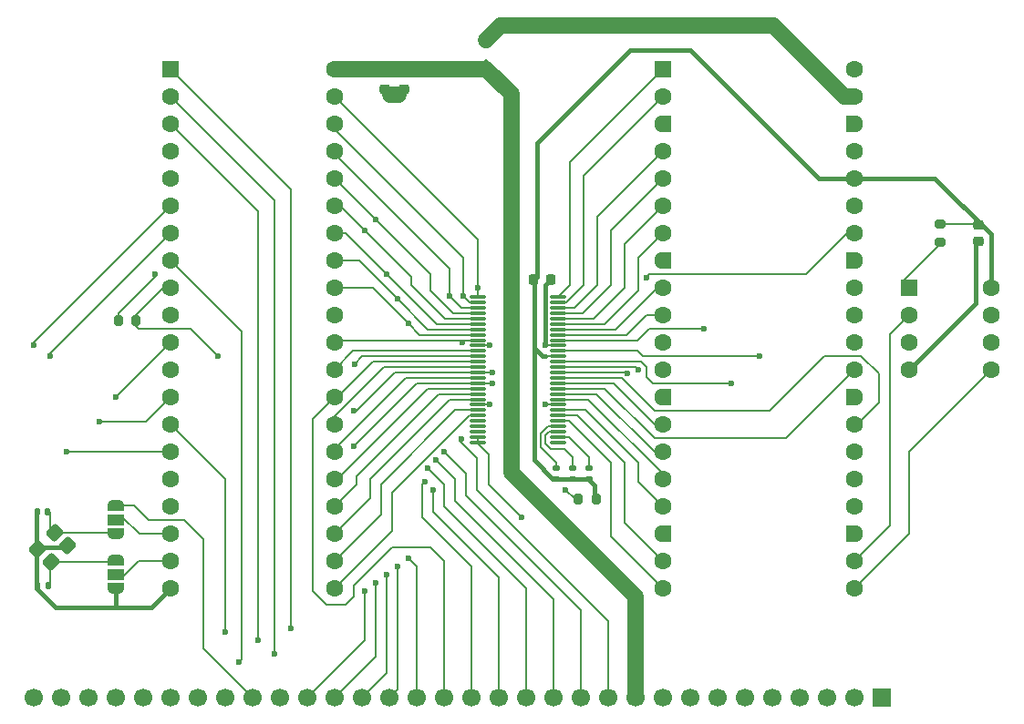
<source format=gbr>
%TF.GenerationSoftware,KiCad,Pcbnew,9.0.6-9.0.6~ubuntu24.04.1*%
%TF.CreationDate,2025-12-07T17:22:10+00:00*%
%TF.ProjectId,board_722039m,626f6172-645f-4373-9232-3033396d2e6b,rev?*%
%TF.SameCoordinates,Original*%
%TF.FileFunction,Copper,L1,Top*%
%TF.FilePolarity,Positive*%
%FSLAX46Y46*%
G04 Gerber Fmt 4.6, Leading zero omitted, Abs format (unit mm)*
G04 Created by KiCad (PCBNEW 9.0.6-9.0.6~ubuntu24.04.1) date 2025-12-07 17:22:10*
%MOMM*%
%LPD*%
G01*
G04 APERTURE LIST*
G04 Aperture macros list*
%AMRoundRect*
0 Rectangle with rounded corners*
0 $1 Rounding radius*
0 $2 $3 $4 $5 $6 $7 $8 $9 X,Y pos of 4 corners*
0 Add a 4 corners polygon primitive as box body*
4,1,4,$2,$3,$4,$5,$6,$7,$8,$9,$2,$3,0*
0 Add four circle primitives for the rounded corners*
1,1,$1+$1,$2,$3*
1,1,$1+$1,$4,$5*
1,1,$1+$1,$6,$7*
1,1,$1+$1,$8,$9*
0 Add four rect primitives between the rounded corners*
20,1,$1+$1,$2,$3,$4,$5,0*
20,1,$1+$1,$4,$5,$6,$7,0*
20,1,$1+$1,$6,$7,$8,$9,0*
20,1,$1+$1,$8,$9,$2,$3,0*%
%AMFreePoly0*
4,1,23,0.550000,-0.750000,0.000000,-0.750000,0.000000,-0.745722,-0.065263,-0.745722,-0.191342,-0.711940,-0.304381,-0.646677,-0.396677,-0.554381,-0.461940,-0.441342,-0.495722,-0.315263,-0.495722,-0.250000,-0.500000,-0.250000,-0.500000,0.250000,-0.495722,0.250000,-0.495722,0.315263,-0.461940,0.441342,-0.396677,0.554381,-0.304381,0.646677,-0.191342,0.711940,-0.065263,0.745722,0.000000,0.745722,
0.000000,0.750000,0.550000,0.750000,0.550000,-0.750000,0.550000,-0.750000,$1*%
%AMFreePoly1*
4,1,23,0.000000,0.745722,0.065263,0.745722,0.191342,0.711940,0.304381,0.646677,0.396677,0.554381,0.461940,0.441342,0.495722,0.315263,0.495722,0.250000,0.500000,0.250000,0.500000,-0.250000,0.495722,-0.250000,0.495722,-0.315263,0.461940,-0.441342,0.396677,-0.554381,0.304381,-0.646677,0.191342,-0.711940,0.065263,-0.745722,0.000000,-0.745722,0.000000,-0.750000,-0.550000,-0.750000,
-0.550000,0.750000,0.000000,0.750000,0.000000,0.745722,0.000000,0.745722,$1*%
%AMFreePoly2*
4,1,37,0.603843,0.796157,0.639018,0.796157,0.711114,0.766294,0.766294,0.711114,0.796157,0.639018,0.796157,0.603843,0.800000,0.600000,0.800000,-0.600000,0.796157,-0.603843,0.796157,-0.639018,0.766294,-0.711114,0.711114,-0.766294,0.639018,-0.796157,0.603843,-0.796157,0.600000,-0.800000,0.000000,-0.800000,0.000000,-0.796148,-0.078414,-0.796148,-0.232228,-0.765552,-0.377117,-0.705537,
-0.507515,-0.618408,-0.618408,-0.507515,-0.705537,-0.377117,-0.765552,-0.232228,-0.796148,-0.078414,-0.796148,0.078414,-0.765552,0.232228,-0.705537,0.377117,-0.618408,0.507515,-0.507515,0.618408,-0.377117,0.705537,-0.232228,0.765552,-0.078414,0.796148,0.000000,0.796148,0.000000,0.800000,0.600000,0.800000,0.603843,0.796157,0.603843,0.796157,$1*%
%AMFreePoly3*
4,1,37,0.000000,0.796148,0.078414,0.796148,0.232228,0.765552,0.377117,0.705537,0.507515,0.618408,0.618408,0.507515,0.705537,0.377117,0.765552,0.232228,0.796148,0.078414,0.796148,-0.078414,0.765552,-0.232228,0.705537,-0.377117,0.618408,-0.507515,0.507515,-0.618408,0.377117,-0.705537,0.232228,-0.765552,0.078414,-0.796148,0.000000,-0.796148,0.000000,-0.800000,-0.600000,-0.800000,
-0.603843,-0.796157,-0.639018,-0.796157,-0.711114,-0.766294,-0.766294,-0.711114,-0.796157,-0.639018,-0.796157,-0.603843,-0.800000,-0.600000,-0.800000,0.600000,-0.796157,0.603843,-0.796157,0.639018,-0.766294,0.711114,-0.711114,0.766294,-0.639018,0.796157,-0.603843,0.796157,-0.600000,0.800000,0.000000,0.800000,0.000000,0.796148,0.000000,0.796148,$1*%
G04 Aperture macros list end*
%TA.AperFunction,ComponentPad*%
%ADD10RoundRect,0.250000X-0.550000X-0.550000X0.550000X-0.550000X0.550000X0.550000X-0.550000X0.550000X0*%
%TD*%
%TA.AperFunction,ComponentPad*%
%ADD11C,1.600000*%
%TD*%
%TA.AperFunction,SMDPad,CuDef*%
%ADD12RoundRect,0.140000X-0.140000X-0.170000X0.140000X-0.170000X0.140000X0.170000X-0.140000X0.170000X0*%
%TD*%
%TA.AperFunction,SMDPad,CuDef*%
%ADD13RoundRect,0.135000X0.185000X-0.135000X0.185000X0.135000X-0.185000X0.135000X-0.185000X-0.135000X0*%
%TD*%
%TA.AperFunction,SMDPad,CuDef*%
%ADD14RoundRect,0.075000X0.662500X0.075000X-0.662500X0.075000X-0.662500X-0.075000X0.662500X-0.075000X0*%
%TD*%
%TA.AperFunction,SMDPad,CuDef*%
%ADD15FreePoly0,270.000000*%
%TD*%
%TA.AperFunction,SMDPad,CuDef*%
%ADD16R,1.500000X1.000000*%
%TD*%
%TA.AperFunction,SMDPad,CuDef*%
%ADD17FreePoly1,270.000000*%
%TD*%
%TA.AperFunction,SMDPad,CuDef*%
%ADD18RoundRect,0.225000X-0.250000X0.225000X-0.250000X-0.225000X0.250000X-0.225000X0.250000X0.225000X0*%
%TD*%
%TA.AperFunction,SMDPad,CuDef*%
%ADD19RoundRect,0.250000X-0.070711X-0.565685X0.565685X0.070711X0.070711X0.565685X-0.565685X-0.070711X0*%
%TD*%
%TA.AperFunction,SMDPad,CuDef*%
%ADD20RoundRect,0.225000X-0.225000X-0.250000X0.225000X-0.250000X0.225000X0.250000X-0.225000X0.250000X0*%
%TD*%
%TA.AperFunction,SMDPad,CuDef*%
%ADD21RoundRect,0.112500X-0.112500X0.187500X-0.112500X-0.187500X0.112500X-0.187500X0.112500X0.187500X0*%
%TD*%
%TA.AperFunction,ComponentPad*%
%ADD22RoundRect,0.200000X-0.600000X-0.600000X0.600000X-0.600000X0.600000X0.600000X-0.600000X0.600000X0*%
%TD*%
%TA.AperFunction,ComponentPad*%
%ADD23FreePoly2,0.000000*%
%TD*%
%TA.AperFunction,ComponentPad*%
%ADD24FreePoly3,0.000000*%
%TD*%
%TA.AperFunction,SMDPad,CuDef*%
%ADD25RoundRect,0.200000X0.200000X0.275000X-0.200000X0.275000X-0.200000X-0.275000X0.200000X-0.275000X0*%
%TD*%
%TA.AperFunction,SMDPad,CuDef*%
%ADD26RoundRect,0.200000X-0.200000X-0.275000X0.200000X-0.275000X0.200000X0.275000X-0.200000X0.275000X0*%
%TD*%
%TA.AperFunction,SMDPad,CuDef*%
%ADD27FreePoly0,90.000000*%
%TD*%
%TA.AperFunction,SMDPad,CuDef*%
%ADD28FreePoly1,90.000000*%
%TD*%
%TA.AperFunction,SMDPad,CuDef*%
%ADD29RoundRect,0.200000X-0.275000X0.200000X-0.275000X-0.200000X0.275000X-0.200000X0.275000X0.200000X0*%
%TD*%
%TA.AperFunction,ComponentPad*%
%ADD30R,1.700000X1.700000*%
%TD*%
%TA.AperFunction,ComponentPad*%
%ADD31C,1.700000*%
%TD*%
%TA.AperFunction,ViaPad*%
%ADD32C,0.600000*%
%TD*%
%TA.AperFunction,Conductor*%
%ADD33C,0.200000*%
%TD*%
%TA.AperFunction,Conductor*%
%ADD34C,0.400000*%
%TD*%
%TA.AperFunction,Conductor*%
%ADD35C,1.500000*%
%TD*%
G04 APERTURE END LIST*
D10*
%TO.P,U1,1,P1.0/T2*%
%TO.N,/STANDBY*%
X62120000Y-37880000D03*
D11*
%TO.P,U1,2,P1.1/T2EX*%
%TO.N,/KEYB{slash}TX*%
X62120000Y-40420000D03*
%TO.P,U1,3,P1.2*%
%TO.N,/KEYB{slash}RX*%
X62120000Y-42960000D03*
%TO.P,U1,4,P1.3*%
%TO.N,/MODEM{slash}CD*%
X62120000Y-45500000D03*
%TO.P,U1,5,P1.4*%
%TO.N,/MODEM{slash}RELAY*%
X62120000Y-48040000D03*
%TO.P,U1,6,P1.5*%
%TO.N,/MODEM{slash}RTS*%
X62120000Y-50580000D03*
%TO.P,U1,7,P1.6*%
%TO.N,/MODEM{slash}TX*%
X62120000Y-53120000D03*
%TO.P,U1,8,P1.7*%
%TO.N,/PERI{slash}PTIN*%
X62120000Y-55660000D03*
%TO.P,U1,9,RST*%
%TO.N,Net-(U1-RST)*%
X62120000Y-58200000D03*
%TO.P,U1,10,P3.0/RXD*%
%TO.N,/PERI{slash}RX*%
X62120000Y-60740000D03*
%TO.P,U1,11,P3.1/TXD*%
%TO.N,/PERI{slash}TX*%
X62120000Y-63280000D03*
%TO.P,U1,12,P3.2/~{INT0}*%
%TO.N,GND*%
X62120000Y-65820000D03*
%TO.P,U1,13,P3.3/~{INT1}*%
%TO.N,/MODEM{slash}RX*%
X62120000Y-68360000D03*
%TO.P,U1,14,P3.4/T0*%
%TO.N,/PERI{slash}PTOUT*%
X62120000Y-70900000D03*
%TO.P,U1,15,P3.5/T1*%
%TO.N,/MODEM{slash}REVERSAL*%
X62120000Y-73440000D03*
%TO.P,U1,16,P3.6/~{WR}*%
%TO.N,/BUS{slash}WR*%
X62120000Y-75980000D03*
%TO.P,U1,17,P3.7/~{RD}*%
%TO.N,/BUS{slash}RD*%
X62120000Y-78520000D03*
%TO.P,U1,18,XTAL2*%
%TO.N,Net-(JP2-C)*%
X62120000Y-81060000D03*
%TO.P,U1,19,XTAL1*%
%TO.N,Net-(JP1-C)*%
X62120000Y-83600000D03*
%TO.P,U1,20,VSS*%
%TO.N,GND*%
X62120000Y-86140000D03*
%TO.P,U1,21,P2.0/A8*%
%TO.N,/BUS{slash}A8*%
X77360000Y-86140000D03*
%TO.P,U1,22,P2.1/A9*%
%TO.N,/BUS{slash}A9*%
X77360000Y-83600000D03*
%TO.P,U1,23,P2.2/A10*%
%TO.N,/BUS{slash}A10*%
X77360000Y-81060000D03*
%TO.P,U1,24,P2.3/A11*%
%TO.N,/BUS{slash}A11*%
X77360000Y-78520000D03*
%TO.P,U1,25,P2.4/A12*%
%TO.N,/BUS{slash}A12*%
X77360000Y-75980000D03*
%TO.P,U1,26,P2.5/A13*%
%TO.N,/BUS{slash}A13*%
X77360000Y-73440000D03*
%TO.P,U1,27,P2.6/A14*%
%TO.N,/BUS{slash}A14*%
X77360000Y-70900000D03*
%TO.P,U1,28,P2.7/A15*%
%TO.N,/BUS{slash}A15*%
X77360000Y-68360000D03*
%TO.P,U1,29,~{PSEN}*%
%TO.N,/BUS{slash}PSEN*%
X77360000Y-65820000D03*
%TO.P,U1,30,ALE*%
%TO.N,/BUS{slash}ALE*%
X77360000Y-63280000D03*
%TO.P,U1,31,~{EA}*%
%TO.N,GND*%
X77360000Y-60740000D03*
%TO.P,U1,32,P0.7/AD7*%
%TO.N,/BUS{slash}AD7*%
X77360000Y-58200000D03*
%TO.P,U1,33,P0.6/AD6*%
%TO.N,/BUS{slash}AD6*%
X77360000Y-55660000D03*
%TO.P,U1,34,P0.5/AD5*%
%TO.N,/BUS{slash}AD5*%
X77360000Y-53120000D03*
%TO.P,U1,35,P0.4/AD4*%
%TO.N,/BUS{slash}AD4*%
X77360000Y-50580000D03*
%TO.P,U1,36,P0.3/AD3*%
%TO.N,/BUS{slash}AD3*%
X77360000Y-48040000D03*
%TO.P,U1,37,P0.2/AD2*%
%TO.N,/BUS{slash}AD2*%
X77360000Y-45500000D03*
%TO.P,U1,38,P0.1/AD1*%
%TO.N,/BUS{slash}AD1*%
X77360000Y-42960000D03*
%TO.P,U1,39,P0.0/AD0*%
%TO.N,/BUS{slash}AD0*%
X77360000Y-40420000D03*
%TO.P,U1,40,VCC*%
%TO.N,+5V*%
X77360000Y-37880000D03*
%TD*%
D12*
%TO.P,C5,1*%
%TO.N,GND*%
X49784000Y-78994000D03*
%TO.P,C5,2*%
%TO.N,Net-(JP2-B)*%
X50744000Y-78994000D03*
%TD*%
D13*
%TO.P,R5,1*%
%TO.N,+3V3*%
X100982000Y-75948000D03*
%TO.P,R5,2*%
%TO.N,Net-(U3-1A1)*%
X100982000Y-74928000D03*
%TD*%
D14*
%TO.P,U3,1,NC*%
%TO.N,unconnected-(U3-NC-Pad1)*%
X98090500Y-72570000D03*
%TO.P,U3,2,1A1*%
%TO.N,Net-(U3-1A1)*%
X98090500Y-72070000D03*
%TO.P,U3,3,1A2*%
%TO.N,Net-(U3-1A2)*%
X98090500Y-71570000D03*
%TO.P,U3,4,1A3*%
%TO.N,Net-(U3-1A3)*%
X98090500Y-71070000D03*
%TO.P,U3,5,1A4*%
%TO.N,/PICO{slash}A8*%
X98090500Y-70570000D03*
%TO.P,U3,6,1A5*%
%TO.N,/PICO{slash}A9*%
X98090500Y-70070000D03*
%TO.P,U3,7,1A6*%
%TO.N,/PICO{slash}A10*%
X98090500Y-69570000D03*
%TO.P,U3,8,GND*%
%TO.N,GND*%
X98090500Y-69070000D03*
%TO.P,U3,9,1A7*%
%TO.N,/PICO{slash}A11*%
X98090500Y-68570000D03*
%TO.P,U3,10,1A8*%
%TO.N,/PICO{slash}A12*%
X98090500Y-68070000D03*
%TO.P,U3,11,1A9*%
%TO.N,/PICO{slash}RD*%
X98090500Y-67570000D03*
%TO.P,U3,12,1A10*%
%TO.N,/PICO{slash}A13*%
X98090500Y-67070000D03*
%TO.P,U3,13,1A11*%
%TO.N,/PICO{slash}WR*%
X98090500Y-66570000D03*
%TO.P,U3,14,1A12*%
%TO.N,/PICO{slash}A14*%
X98090500Y-66070000D03*
%TO.P,U3,15,2A1*%
%TO.N,/PICO{slash}A15*%
X98090500Y-65570000D03*
%TO.P,U3,16,2A2*%
%TO.N,Net-(J2-GPIO18)*%
X98090500Y-65070000D03*
%TO.P,U3,17,VCC*%
%TO.N,+3V3*%
X98090500Y-64570000D03*
%TO.P,U3,18,2A3*%
%TO.N,/PICO{slash}PSEN*%
X98090500Y-64070000D03*
%TO.P,U3,19,GND*%
%TO.N,GND*%
X98090500Y-63570000D03*
%TO.P,U3,20,2A4*%
%TO.N,/PICO{slash}ALE*%
X98090500Y-63070000D03*
%TO.P,U3,21,2A5*%
%TO.N,/PICO{slash}AD7*%
X98090500Y-62570000D03*
%TO.P,U3,22,2A6*%
%TO.N,/PICO{slash}AD6*%
X98090500Y-62070000D03*
%TO.P,U3,23,2A7*%
%TO.N,/PICO{slash}AD5*%
X98090500Y-61570000D03*
%TO.P,U3,24,2A8*%
%TO.N,/PICO{slash}AD4*%
X98090500Y-61070000D03*
%TO.P,U3,25,2A9*%
%TO.N,/PICO{slash}AD3*%
X98090500Y-60570000D03*
%TO.P,U3,26,2A10*%
%TO.N,/PICO{slash}AD2*%
X98090500Y-60070000D03*
%TO.P,U3,27,2A11*%
%TO.N,/PICO{slash}AD1*%
X98090500Y-59570000D03*
%TO.P,U3,28,2A12*%
%TO.N,/PICO{slash}AD0*%
X98090500Y-59070000D03*
%TO.P,U3,29,2B12*%
%TO.N,/BUS{slash}AD0*%
X90665500Y-59070000D03*
%TO.P,U3,30,2B11*%
%TO.N,/BUS{slash}AD1*%
X90665500Y-59570000D03*
%TO.P,U3,31,2B10*%
%TO.N,/BUS{slash}AD2*%
X90665500Y-60070000D03*
%TO.P,U3,32,2B9*%
%TO.N,/BUS{slash}AD3*%
X90665500Y-60570000D03*
%TO.P,U3,33,2B8*%
%TO.N,/BUS{slash}AD4*%
X90665500Y-61070000D03*
%TO.P,U3,34,2B7*%
%TO.N,/BUS{slash}AD5*%
X90665500Y-61570000D03*
%TO.P,U3,35,2B6*%
%TO.N,/BUS{slash}AD6*%
X90665500Y-62070000D03*
%TO.P,U3,36,2B5*%
%TO.N,/BUS{slash}AD7*%
X90665500Y-62570000D03*
%TO.P,U3,37,2B4*%
%TO.N,/BUS{slash}ALE*%
X90665500Y-63070000D03*
%TO.P,U3,38,GND*%
%TO.N,GND*%
X90665500Y-63570000D03*
%TO.P,U3,39,2B3*%
%TO.N,/BUS{slash}PSEN*%
X90665500Y-64070000D03*
%TO.P,U3,40,2B2*%
%TO.N,Net-(U1-RST)*%
X90665500Y-64570000D03*
%TO.P,U3,41,2B1*%
%TO.N,/BUS{slash}A15*%
X90665500Y-65070000D03*
%TO.P,U3,42,1B12*%
%TO.N,/BUS{slash}A14*%
X90665500Y-65570000D03*
%TO.P,U3,43,1B11*%
%TO.N,/BUS{slash}WR*%
X90665500Y-66070000D03*
%TO.P,U3,44,1B10*%
%TO.N,/BUS{slash}A13*%
X90665500Y-66570000D03*
%TO.P,U3,45,1B9*%
%TO.N,/BUS{slash}RD*%
X90665500Y-67070000D03*
%TO.P,U3,46,1B8*%
%TO.N,/BUS{slash}A12*%
X90665500Y-67570000D03*
%TO.P,U3,47,1B7*%
%TO.N,/BUS{slash}A11*%
X90665500Y-68070000D03*
%TO.P,U3,48,1B6*%
%TO.N,/BUS{slash}A10*%
X90665500Y-68570000D03*
%TO.P,U3,49,GND*%
%TO.N,GND*%
X90665500Y-69070000D03*
%TO.P,U3,50,1B5*%
%TO.N,/BUS{slash}A9*%
X90665500Y-69570000D03*
%TO.P,U3,51,1B4*%
%TO.N,/BUS{slash}A8*%
X90665500Y-70070000D03*
%TO.P,U3,52,1B3*%
%TO.N,unconnected-(U3-1B3-Pad52)*%
X90665500Y-70570000D03*
%TO.P,U3,53,1B2*%
%TO.N,unconnected-(U3-1B2-Pad53)*%
X90665500Y-71070000D03*
%TO.P,U3,54,1B1*%
%TO.N,unconnected-(U3-1B1-Pad54)*%
X90665500Y-71570000D03*
%TO.P,U3,55,2~{OE}*%
%TO.N,/PICO{slash}BUS_EN*%
X90665500Y-72070000D03*
%TO.P,U3,56,1~{OE}*%
X90665500Y-72570000D03*
%TD*%
D13*
%TO.P,R4,1*%
%TO.N,+3V3*%
X99458000Y-75950000D03*
%TO.P,R4,2*%
%TO.N,Net-(U3-1A2)*%
X99458000Y-74930000D03*
%TD*%
D15*
%TO.P,JP2,1,A*%
%TO.N,/EXTCLK*%
X57040000Y-78460000D03*
D16*
%TO.P,JP2,2,C*%
%TO.N,Net-(JP2-C)*%
X57040000Y-79760000D03*
D17*
%TO.P,JP2,3,B*%
%TO.N,Net-(JP2-B)*%
X57040000Y-81060000D03*
%TD*%
D18*
%TO.P,C2,1*%
%TO.N,+5V*%
X83820000Y-38227000D03*
%TO.P,C2,2*%
%TO.N,GND*%
X83820000Y-39777000D03*
%TD*%
D19*
%TO.P,Y1,1,1*%
%TO.N,Net-(JP1-B)*%
X51021223Y-83708858D03*
%TO.P,Y1,2,2*%
%TO.N,GND*%
X52576858Y-82153223D03*
%TO.P,Y1,3,3*%
%TO.N,Net-(JP2-B)*%
X51374777Y-80951142D03*
%TO.P,Y1,4,4*%
%TO.N,GND*%
X49819142Y-82506777D03*
%TD*%
D20*
%TO.P,C3,1*%
%TO.N,+3V3*%
X95876000Y-57438000D03*
%TO.P,C3,2*%
%TO.N,GND*%
X97426000Y-57438000D03*
%TD*%
D21*
%TO.P,D1,1,K*%
%TO.N,Net-(D1-K)*%
X91440000Y-35145000D03*
%TO.P,D1,2,A*%
%TO.N,+5V*%
X91440000Y-37245000D03*
%TD*%
D22*
%TO.P,J2,1,GPIO0*%
%TO.N,/PICO{slash}AD0*%
X107840000Y-37880000D03*
D11*
%TO.P,J2,2,GPIO1*%
%TO.N,/PICO{slash}AD1*%
X107840000Y-40420000D03*
D23*
%TO.P,J2,3,GND*%
%TO.N,GND*%
X107840000Y-42960000D03*
D11*
%TO.P,J2,4,GPIO2*%
%TO.N,/PICO{slash}AD2*%
X107840000Y-45500000D03*
%TO.P,J2,5,GPIO3*%
%TO.N,/PICO{slash}AD3*%
X107840000Y-48040000D03*
%TO.P,J2,6,GPIO4*%
%TO.N,/PICO{slash}AD4*%
X107840000Y-50580000D03*
%TO.P,J2,7,GPIO5*%
%TO.N,/PICO{slash}AD5*%
X107840000Y-53120000D03*
D23*
%TO.P,J2,8,GND*%
%TO.N,GND*%
X107840000Y-55660000D03*
D11*
%TO.P,J2,9,GPIO6*%
%TO.N,/PICO{slash}AD6*%
X107840000Y-58200000D03*
%TO.P,J2,10,GPIO7*%
%TO.N,/PICO{slash}AD7*%
X107840000Y-60740000D03*
%TO.P,J2,11,GPIO8*%
%TO.N,/PICO{slash}A15*%
X107840000Y-63280000D03*
%TO.P,J2,12,GPIO9*%
%TO.N,/PICO{slash}A14*%
X107840000Y-65820000D03*
D23*
%TO.P,J2,13,GND*%
%TO.N,GND*%
X107840000Y-68360000D03*
D11*
%TO.P,J2,14,GPIO10*%
%TO.N,/PICO{slash}A13*%
X107840000Y-70900000D03*
%TO.P,J2,15,GPIO11*%
%TO.N,/PICO{slash}A12*%
X107840000Y-73440000D03*
%TO.P,J2,16,GPIO12*%
%TO.N,/PICO{slash}A11*%
X107840000Y-75980000D03*
%TO.P,J2,17,GPIO13*%
%TO.N,/PICO{slash}A10*%
X107840000Y-78520000D03*
D23*
%TO.P,J2,18,GND*%
%TO.N,GND*%
X107840000Y-81060000D03*
D11*
%TO.P,J2,19,GPIO14*%
%TO.N,/PICO{slash}A9*%
X107840000Y-83600000D03*
%TO.P,J2,20,GPIO15*%
%TO.N,/PICO{slash}A8*%
X107840000Y-86140000D03*
%TO.P,J2,21,GPIO16*%
%TO.N,/BACKUP{slash}MOSI*%
X125620000Y-86140000D03*
%TO.P,J2,22,GPIO17*%
%TO.N,/BACKUP{slash}MISO*%
X125620000Y-83600000D03*
D24*
%TO.P,J2,23,GND*%
%TO.N,GND*%
X125620000Y-81060000D03*
D11*
%TO.P,J2,24,GPIO18*%
%TO.N,Net-(J2-GPIO18)*%
X125620000Y-78520000D03*
%TO.P,J2,25,GPIO19*%
%TO.N,/PICO{slash}ALE*%
X125620000Y-75980000D03*
%TO.P,J2,26,GPIO20*%
%TO.N,/PICO{slash}PSEN*%
X125620000Y-73440000D03*
%TO.P,J2,27,GPIO21*%
%TO.N,/PICO{slash}WR*%
X125620000Y-70900000D03*
D24*
%TO.P,J2,28,GND*%
%TO.N,GND*%
X125620000Y-68360000D03*
D11*
%TO.P,J2,29,GPIO22*%
%TO.N,/PICO{slash}RD*%
X125620000Y-65820000D03*
%TO.P,J2,30,RUN*%
%TO.N,unconnected-(J2-RUN-Pad30)*%
X125620000Y-63280000D03*
%TO.P,J2,31,GPIO26/ADC0*%
%TO.N,/BACKUP{slash}SCK*%
X125620000Y-60740000D03*
%TO.P,J2,32,GPIO27/ADC1*%
%TO.N,/BACKUP{slash}CS*%
X125620000Y-58200000D03*
D24*
%TO.P,J2,33,AGND*%
%TO.N,GND*%
X125620000Y-55660000D03*
D11*
%TO.P,J2,34,GPIO28/ADC2*%
%TO.N,/PICO{slash}BUS_EN*%
X125620000Y-53120000D03*
%TO.P,J2,35,ADC_VREF*%
%TO.N,unconnected-(J2-ADC_VREF-Pad35)*%
X125620000Y-50580000D03*
%TO.P,J2,36,3V3*%
%TO.N,+3V3*%
X125620000Y-48040000D03*
%TO.P,J2,37,3V3_EN*%
%TO.N,unconnected-(J2-3V3_EN-Pad37)*%
X125620000Y-45500000D03*
D24*
%TO.P,J2,38,GND*%
%TO.N,GND*%
X125620000Y-42960000D03*
D11*
%TO.P,J2,39,VSYS*%
%TO.N,Net-(D1-K)*%
X125620000Y-40420000D03*
%TO.P,J2,40,VBUS*%
%TO.N,unconnected-(J2-VBUS-Pad40)*%
X125620000Y-37880000D03*
%TD*%
D25*
%TO.P,R1,1*%
%TO.N,+3V3*%
X101663000Y-77851000D03*
%TO.P,R1,2*%
%TO.N,/PICO{slash}BUS_EN*%
X100013000Y-77851000D03*
%TD*%
D26*
%TO.P,R2,1*%
%TO.N,+5V*%
X57278000Y-61214000D03*
%TO.P,R2,2*%
%TO.N,Net-(U1-RST)*%
X58928000Y-61214000D03*
%TD*%
D12*
%TO.P,C4,1*%
%TO.N,GND*%
X49812000Y-85852000D03*
%TO.P,C4,2*%
%TO.N,Net-(JP1-B)*%
X50772000Y-85852000D03*
%TD*%
D27*
%TO.P,JP1,1,A*%
%TO.N,GND*%
X57040000Y-86140000D03*
D16*
%TO.P,JP1,2,C*%
%TO.N,Net-(JP1-C)*%
X57040000Y-84840000D03*
D28*
%TO.P,JP1,3,B*%
%TO.N,Net-(JP1-B)*%
X57040000Y-83540000D03*
%TD*%
D13*
%TO.P,R3,1*%
%TO.N,+3V3*%
X97934000Y-75950000D03*
%TO.P,R3,2*%
%TO.N,Net-(U3-1A3)*%
X97934000Y-74930000D03*
%TD*%
D29*
%TO.P,R6,1*%
%TO.N,+3V3*%
X133604000Y-52274000D03*
%TO.P,R6,2*%
%TO.N,/BACKUP{slash}CS*%
X133604000Y-53924000D03*
%TD*%
D18*
%TO.P,C1,1*%
%TO.N,+5V*%
X82042000Y-38227000D03*
%TO.P,C1,2*%
%TO.N,GND*%
X82042000Y-39777000D03*
%TD*%
%TO.P,C6,1*%
%TO.N,+3V3*%
X137160000Y-52324000D03*
%TO.P,C6,2*%
%TO.N,GND*%
X137160000Y-53874000D03*
%TD*%
D30*
%TO.P,J1,1,GND*%
%TO.N,GND*%
X128160000Y-96300000D03*
D31*
%TO.P,J1,2,+12V(?)*%
%TO.N,unconnected-(J1-+12V(?)-Pad2)*%
X125620000Y-96300000D03*
%TO.P,J1,3,-12V(?)*%
%TO.N,unconnected-(J1--12V(?)-Pad3)*%
X123080000Y-96300000D03*
%TO.P,J1,4,+8V(?)*%
%TO.N,unconnected-(J1-+8V(?)-Pad4)*%
X120540000Y-96300000D03*
%TO.P,J1,5,VV*%
%TO.N,/STANDBY*%
X118000000Y-96300000D03*
%TO.P,J1,6,TPV*%
%TO.N,/KEYB{slash}RX*%
X115460000Y-96300000D03*
%TO.P,J1,7,TVP*%
%TO.N,/KEYB{slash}TX*%
X112920000Y-96300000D03*
%TO.P,J1,8,PTOUT*%
%TO.N,/PERI{slash}PTOUT*%
X110380000Y-96300000D03*
%TO.P,J1,9,PTIN*%
%TO.N,/PERI{slash}PTIN*%
X107840000Y-96300000D03*
%TO.P,J1,10,+5V*%
%TO.N,+5V*%
X105300000Y-96300000D03*
%TO.P,J1,11,WRN*%
%TO.N,/BUS{slash}WR*%
X102760000Y-96300000D03*
%TO.P,J1,12,AD0*%
%TO.N,/BUS{slash}AD0*%
X100220000Y-96300000D03*
%TO.P,J1,13,AD1*%
%TO.N,/BUS{slash}AD1*%
X97680000Y-96300000D03*
%TO.P,J1,14,AD2*%
%TO.N,/BUS{slash}AD2*%
X95140000Y-96300000D03*
%TO.P,J1,15,RDN*%
%TO.N,/BUS{slash}RD*%
X92600000Y-96300000D03*
%TO.P,J1,16,ALE*%
%TO.N,/BUS{slash}ALE*%
X90060000Y-96300000D03*
%TO.P,J1,17,CSVGP*%
%TO.N,/BUS{slash}A15*%
X87520000Y-96300000D03*
%TO.P,J1,18,AD7*%
%TO.N,/BUS{slash}AD7*%
X84980000Y-96300000D03*
%TO.P,J1,19,AD6*%
%TO.N,/BUS{slash}AD6*%
X82440000Y-96300000D03*
%TO.P,J1,20,AD5*%
%TO.N,/BUS{slash}AD5*%
X79900000Y-96300000D03*
%TO.P,J1,21,AD3*%
%TO.N,/BUS{slash}AD3*%
X77360000Y-96300000D03*
%TO.P,J1,22,AD4*%
%TO.N,/BUS{slash}AD4*%
X74820000Y-96300000D03*
%TO.P,J1,23,V_{BAT}*%
%TO.N,+BATT*%
X72280000Y-96300000D03*
%TO.P,J1,24,12MHz*%
%TO.N,/EXTCLK*%
X69740000Y-96300000D03*
%TO.P,J1,25,RXP*%
%TO.N,/PERI{slash}RX*%
X67200000Y-96300000D03*
%TO.P,J1,26,MLN*%
%TO.N,/MODEM{slash}RELAY*%
X64660000Y-96300000D03*
%TO.P,J1,27,TXP*%
%TO.N,/PERI{slash}TX*%
X62120000Y-96300000D03*
%TO.P,J1,28,RXDN*%
%TO.N,/MODEM{slash}RX*%
X59580000Y-96300000D03*
%TO.P,J1,29,DPN*%
%TO.N,/MODEM{slash}CD*%
X57040000Y-96300000D03*
%TO.P,J1,30,REV*%
%TO.N,/MODEM{slash}REVERSAL*%
X54500000Y-96300000D03*
%TO.P,J1,31,TDN*%
%TO.N,/MODEM{slash}TX*%
X51960000Y-96300000D03*
%TO.P,J1,32,DPEN*%
%TO.N,/MODEM{slash}RTS*%
X49420000Y-96300000D03*
%TD*%
D10*
%TO.P,U2,1,~{CS}*%
%TO.N,/BACKUP{slash}CS*%
X130700000Y-58200000D03*
D11*
%TO.P,U2,2,MISO*%
%TO.N,/BACKUP{slash}MISO*%
X130700000Y-60740000D03*
%TO.P,U2,3,NC*%
%TO.N,unconnected-(U2-NC-Pad3)*%
X130700000Y-63280000D03*
%TO.P,U2,4,GND*%
%TO.N,GND*%
X130700000Y-65820000D03*
%TO.P,U2,5,MOSI*%
%TO.N,/BACKUP{slash}MOSI*%
X138320000Y-65820000D03*
%TO.P,U2,6,SCK*%
%TO.N,/BACKUP{slash}SCK*%
X138320000Y-63280000D03*
%TO.P,U2,7,V_{BAT}*%
%TO.N,+BATT*%
X138320000Y-60740000D03*
%TO.P,U2,8,VCC*%
%TO.N,+3V3*%
X138320000Y-58200000D03*
%TD*%
D32*
%TO.N,/MODEM{slash}REVERSAL*%
X52468000Y-73440000D03*
%TO.N,/PERI{slash}TX*%
X57040000Y-68326000D03*
%TO.N,/BUS{slash}RD*%
X92004412Y-67090000D03*
X79138000Y-72932000D03*
X86504000Y-76996000D03*
%TO.N,/PERI{slash}PTIN*%
X68470000Y-92998000D03*
%TO.N,/MODEM{slash}RTS*%
X49420000Y-63500000D03*
%TO.N,/BUS{slash}WR*%
X89125000Y-72251000D03*
X79138000Y-69630000D03*
X92004412Y-66074000D03*
%TO.N,/BUS{slash}ALE*%
X89255600Y-63271400D03*
X85742000Y-76234000D03*
%TO.N,/KEYB{slash}TX*%
X71772000Y-92236000D03*
%TO.N,/MODEM{slash}TX*%
X50944000Y-64516000D03*
%TO.N,/BUS{slash}AD0*%
X87520000Y-73440000D03*
X90665500Y-58200000D03*
%TO.N,GND*%
X82956400Y-40741600D03*
X96954000Y-63570000D03*
X91802000Y-63570000D03*
X96970000Y-69070000D03*
X91786000Y-69070000D03*
%TO.N,/BUS{slash}AD3*%
X81170000Y-51850000D03*
X81170000Y-85632000D03*
%TO.N,+5V*%
X60706000Y-56896000D03*
%TO.N,/STANDBY*%
X73296000Y-89823000D03*
%TO.N,/BUS{slash}AD1*%
X86758000Y-74202000D03*
X89292088Y-58967912D03*
%TO.N,/BUS{slash}AD2*%
X85996000Y-74964000D03*
X88028000Y-58962000D03*
%TO.N,/PERI{slash}PTOUT*%
X67200000Y-90204000D03*
%TO.N,/BUS{slash}AD4*%
X80154000Y-86394000D03*
X80154000Y-52866000D03*
%TO.N,/MODEM{slash}RX*%
X55516000Y-70646000D03*
%TO.N,/KEYB{slash}RX*%
X70248000Y-90966000D03*
%TO.N,/BUS{slash}AD5*%
X82186000Y-84870000D03*
X82186000Y-56930000D03*
%TO.N,/BUS{slash}AD6*%
X83202000Y-84108000D03*
X83202000Y-59216000D03*
%TO.N,/BUS{slash}AD7*%
X84218000Y-61502000D03*
X84218000Y-83346000D03*
%TO.N,/PICO{slash}A15*%
X105554000Y-65820000D03*
%TO.N,/PICO{slash}A14*%
X104538000Y-66170000D03*
%TO.N,Net-(J2-GPIO18)*%
X114190000Y-67090000D03*
%TO.N,Net-(U1-RST)*%
X66548000Y-64550000D03*
X79222600Y-65278000D03*
%TO.N,/PICO{slash}ALE*%
X111650000Y-62010000D03*
%TO.N,/PICO{slash}PSEN*%
X116840000Y-64550000D03*
%TO.N,/PICO{slash}BUS_EN*%
X98806000Y-76962000D03*
X106349800Y-57226200D03*
X94742000Y-79502000D03*
%TD*%
D33*
%TO.N,/MODEM{slash}REVERSAL*%
X52468000Y-73440000D02*
X62120000Y-73440000D01*
%TO.N,/PERI{slash}TX*%
X57040000Y-68326000D02*
X57074000Y-68326000D01*
X57074000Y-68326000D02*
X62120000Y-63280000D01*
%TO.N,Net-(JP1-B)*%
X56871142Y-83708858D02*
X57040000Y-83540000D01*
X50920000Y-85852000D02*
X50920000Y-83958081D01*
X51021223Y-83708858D02*
X56871142Y-83708858D01*
%TO.N,/BUS{slash}RD*%
X90665500Y-67070000D02*
X91984412Y-67070000D01*
X86504000Y-79028000D02*
X92600000Y-85124000D01*
X86758000Y-67070000D02*
X85000000Y-67070000D01*
X91984412Y-67070000D02*
X92004412Y-67090000D01*
X86504000Y-76996000D02*
X86504000Y-79028000D01*
X85000000Y-67070000D02*
X79138000Y-72932000D01*
X92600000Y-85124000D02*
X92600000Y-96300000D01*
X90665500Y-67070000D02*
X86758000Y-67070000D01*
%TO.N,/PERI{slash}PTIN*%
X68724000Y-92744000D02*
X68724000Y-62264000D01*
X68724000Y-62264000D02*
X62120000Y-55660000D01*
X68470000Y-92998000D02*
X68724000Y-92744000D01*
%TO.N,/MODEM{slash}RTS*%
X49420000Y-63280000D02*
X49420000Y-63500000D01*
X62120000Y-50580000D02*
X49420000Y-63280000D01*
%TO.N,/BUS{slash}WR*%
X89125000Y-72251000D02*
X89044000Y-72332000D01*
X90568000Y-76996000D02*
X102760000Y-89188000D01*
X92000412Y-66070000D02*
X92004412Y-66074000D01*
X82952000Y-66070000D02*
X90665500Y-66070000D01*
X89044000Y-72332000D02*
X89044000Y-72505000D01*
X79138000Y-69630000D02*
X79392000Y-69630000D01*
X102760000Y-89188000D02*
X102760000Y-96300000D01*
X90568000Y-74029000D02*
X90568000Y-76996000D01*
X89044000Y-72505000D02*
X90568000Y-74029000D01*
X90665500Y-66070000D02*
X92000412Y-66070000D01*
X79392000Y-69630000D02*
X82952000Y-66070000D01*
%TO.N,Net-(JP2-B)*%
X56931142Y-80951142D02*
X51374777Y-80951142D01*
X50874858Y-80951142D02*
X50800000Y-81026000D01*
X50744000Y-78994000D02*
X50800000Y-79050000D01*
X57040000Y-81060000D02*
X56931142Y-80951142D01*
X50920000Y-79050000D02*
X50920000Y-81026000D01*
%TO.N,/BUS{slash}ALE*%
X85488000Y-76488000D02*
X85742000Y-76234000D01*
X90060000Y-96300000D02*
X90060000Y-84108000D01*
X77360000Y-63280000D02*
X77570000Y-63070000D01*
X85488000Y-79536000D02*
X85488000Y-76488000D01*
X90060000Y-84108000D02*
X85488000Y-79536000D01*
X77570000Y-63070000D02*
X90665500Y-63070000D01*
%TO.N,/KEYB{slash}TX*%
X62120000Y-40420000D02*
X71772000Y-50072000D01*
X71772000Y-79028000D02*
X71772000Y-92236000D01*
X71772000Y-50072000D02*
X71772000Y-79028000D01*
%TO.N,/MODEM{slash}TX*%
X50944000Y-64296000D02*
X50944000Y-64516000D01*
X62120000Y-53120000D02*
X50944000Y-64296000D01*
%TO.N,/BUS{slash}AD0*%
X89552000Y-75472000D02*
X89552000Y-77504000D01*
X90665500Y-53725500D02*
X90665500Y-58200000D01*
X100220000Y-88172000D02*
X100220000Y-96300000D01*
X90665500Y-58200000D02*
X90665500Y-59070000D01*
X77360000Y-40420000D02*
X90665500Y-53725500D01*
X89552000Y-77504000D02*
X100220000Y-88172000D01*
X87520000Y-73440000D02*
X89552000Y-75472000D01*
D34*
%TO.N,GND*%
X57040000Y-87918000D02*
X60342000Y-87918000D01*
D35*
X83337400Y-40284400D02*
X82524600Y-40284400D01*
D33*
X96970000Y-69070000D02*
X98090500Y-69070000D01*
D34*
X57040000Y-87918000D02*
X51494400Y-87918000D01*
X136906000Y-59614000D02*
X136906000Y-54128000D01*
X49995919Y-82330000D02*
X49819142Y-82506777D01*
X96918000Y-57946000D02*
X96918000Y-63534000D01*
X97426000Y-57438000D02*
X96918000Y-57946000D01*
X52576858Y-82153223D02*
X52400081Y-82330000D01*
X52400081Y-82330000D02*
X49995919Y-82330000D01*
X60342000Y-87918000D02*
X62120000Y-86140000D01*
X51494400Y-87918000D02*
X49674000Y-86097600D01*
X130700000Y-65820000D02*
X136906000Y-59614000D01*
X49674000Y-86097600D02*
X49674000Y-78906000D01*
D33*
X91786000Y-69070000D02*
X90665500Y-69070000D01*
D34*
X136906000Y-54128000D02*
X137160000Y-53874000D01*
D33*
X91802000Y-63570000D02*
X90665500Y-63570000D01*
D34*
X57040000Y-86140000D02*
X57040000Y-87918000D01*
D33*
X96954000Y-63570000D02*
X98090500Y-63570000D01*
D34*
X96918000Y-63534000D02*
X96954000Y-63570000D01*
D33*
%TO.N,/BUS{slash}AD3*%
X81170000Y-92490000D02*
X77360000Y-96300000D01*
X81170000Y-51850000D02*
X86250000Y-56930000D01*
X81170000Y-85632000D02*
X81170000Y-92490000D01*
X88366000Y-60570000D02*
X90665500Y-60570000D01*
X86250000Y-56930000D02*
X86250000Y-58454000D01*
X86250000Y-58454000D02*
X88366000Y-60570000D01*
X81170000Y-51850000D02*
X77360000Y-48040000D01*
%TO.N,+5V*%
X57278000Y-60578000D02*
X57278000Y-61214000D01*
D35*
X105300000Y-86935800D02*
X93776800Y-75412600D01*
X105300000Y-96300000D02*
X105300000Y-86935800D01*
D33*
X60706000Y-56896000D02*
X60706000Y-57150000D01*
D35*
X93776800Y-75412600D02*
X93776800Y-40182800D01*
X91474000Y-37880000D02*
X93776800Y-40182800D01*
X77360000Y-37880000D02*
X91474000Y-37880000D01*
D33*
X60706000Y-57150000D02*
X57278000Y-60578000D01*
%TO.N,/EXTCLK*%
X58758000Y-78460000D02*
X60088000Y-79790000D01*
X60088000Y-79790000D02*
X63390000Y-79790000D01*
X65168000Y-81568000D02*
X65168000Y-91728000D01*
X63390000Y-79790000D02*
X65168000Y-81568000D01*
X57040000Y-78460000D02*
X58758000Y-78460000D01*
X65168000Y-91728000D02*
X69740000Y-96300000D01*
%TO.N,/STANDBY*%
X73296000Y-89823000D02*
X73296000Y-49056000D01*
X73296000Y-49056000D02*
X62120000Y-37880000D01*
%TO.N,/BUS{slash}AD1*%
X88536000Y-78012000D02*
X97680000Y-87156000D01*
X89298000Y-55406000D02*
X77360000Y-43468000D01*
X77360000Y-43468000D02*
X77360000Y-42960000D01*
X89292088Y-58967912D02*
X89298000Y-58962000D01*
X90665500Y-59570000D02*
X89894176Y-59570000D01*
X97680000Y-87156000D02*
X97680000Y-96300000D01*
X86758000Y-74202000D02*
X88536000Y-75980000D01*
X88536000Y-75980000D02*
X88536000Y-78012000D01*
X89894176Y-59570000D02*
X89292088Y-58967912D01*
X89298000Y-58962000D02*
X89298000Y-55406000D01*
%TO.N,/BUS{slash}AD2*%
X87520000Y-78520000D02*
X95140000Y-86140000D01*
X87520000Y-76488000D02*
X87520000Y-78520000D01*
X77360000Y-45754000D02*
X77360000Y-45500000D01*
X88028000Y-56422000D02*
X77360000Y-45754000D01*
X89136000Y-60070000D02*
X88028000Y-58962000D01*
X85996000Y-74964000D02*
X87520000Y-76488000D01*
X95140000Y-86140000D02*
X95140000Y-96300000D01*
X90665500Y-60070000D02*
X89136000Y-60070000D01*
X88028000Y-58962000D02*
X88028000Y-56422000D01*
%TO.N,/PERI{slash}PTOUT*%
X67200000Y-79282000D02*
X67200000Y-90204000D01*
X62120000Y-70900000D02*
X67200000Y-75980000D01*
X67200000Y-75980000D02*
X67200000Y-79282000D01*
%TO.N,/BUS{slash}AD4*%
X80154000Y-52866000D02*
X77868000Y-50580000D01*
X77868000Y-50580000D02*
X77360000Y-50580000D01*
X84472000Y-57184000D02*
X84472000Y-57946000D01*
X80154000Y-86394000D02*
X80154000Y-90966000D01*
X84472000Y-57946000D02*
X87596000Y-61070000D01*
X87596000Y-61070000D02*
X90665500Y-61070000D01*
X80154000Y-52866000D02*
X84472000Y-57184000D01*
X80154000Y-90966000D02*
X74820000Y-96300000D01*
%TO.N,/MODEM{slash}RX*%
X55516000Y-70646000D02*
X59834000Y-70646000D01*
X59834000Y-70646000D02*
X62120000Y-68360000D01*
%TO.N,/KEYB{slash}RX*%
X62120000Y-42960000D02*
X70248000Y-51088000D01*
X70248000Y-79282000D02*
X70248000Y-90966000D01*
X70248000Y-51088000D02*
X70248000Y-79282000D01*
%TO.N,/BUS{slash}AD5*%
X86826000Y-61570000D02*
X90665500Y-61570000D01*
X82186000Y-56930000D02*
X86826000Y-61570000D01*
X78376000Y-53120000D02*
X77360000Y-53120000D01*
X82186000Y-56930000D02*
X78376000Y-53120000D01*
X82186000Y-94014000D02*
X79900000Y-96300000D01*
X82186000Y-84870000D02*
X82186000Y-94014000D01*
%TO.N,/BUS{slash}AD6*%
X86056000Y-62070000D02*
X90665500Y-62070000D01*
X83202000Y-84108000D02*
X83202000Y-95538000D01*
X83202000Y-59216000D02*
X86056000Y-62070000D01*
X79646000Y-55660000D02*
X77360000Y-55660000D01*
X83202000Y-59216000D02*
X79646000Y-55660000D01*
X83202000Y-95538000D02*
X82440000Y-96300000D01*
%TO.N,/BUS{slash}A15*%
X86250000Y-82330000D02*
X82694000Y-82330000D01*
X87520000Y-96300000D02*
X87520000Y-83600000D01*
X82694000Y-82330000D02*
X79138000Y-85886000D01*
X78376000Y-87664000D02*
X76598000Y-87664000D01*
X76598000Y-87664000D02*
X75328000Y-86394000D01*
X77614000Y-68360000D02*
X77360000Y-68360000D01*
X79138000Y-85886000D02*
X79138000Y-86902000D01*
X79138000Y-86902000D02*
X78376000Y-87664000D01*
X80904000Y-65070000D02*
X77614000Y-68360000D01*
X90665500Y-65070000D02*
X80904000Y-65070000D01*
X87520000Y-83600000D02*
X86250000Y-82330000D01*
X75328000Y-70392000D02*
X77360000Y-68360000D01*
X75328000Y-86394000D02*
X75328000Y-70392000D01*
%TO.N,/BUS{slash}AD7*%
X84218000Y-61502000D02*
X85286000Y-62570000D01*
X84218000Y-61502000D02*
X80916000Y-58200000D01*
X80916000Y-58200000D02*
X77360000Y-58200000D01*
X85286000Y-62570000D02*
X90665500Y-62570000D01*
X84218000Y-83346000D02*
X84980000Y-84108000D01*
X84980000Y-84108000D02*
X84980000Y-96300000D01*
%TO.N,/PICO{slash}AD5*%
X105554000Y-55406000D02*
X107840000Y-53120000D01*
X105554000Y-58454000D02*
X105554000Y-55406000D01*
X102438000Y-61570000D02*
X105554000Y-58454000D01*
X98090500Y-61570000D02*
X102438000Y-61570000D01*
%TO.N,/PICO{slash}A10*%
X100668000Y-69570000D02*
X105554000Y-74456000D01*
X98090500Y-69570000D02*
X100668000Y-69570000D01*
X105554000Y-74456000D02*
X105554000Y-76234000D01*
X105554000Y-76234000D02*
X107840000Y-78520000D01*
%TO.N,/PICO{slash}AD6*%
X98090500Y-62070000D02*
X103462000Y-62070000D01*
X107332000Y-58200000D02*
X107840000Y-58200000D01*
X103462000Y-62070000D02*
X107332000Y-58200000D01*
%TO.N,/PICO{slash}AD3*%
X98090500Y-60570000D02*
X100390000Y-60570000D01*
X103014000Y-57946000D02*
X103014000Y-52866000D01*
X100390000Y-60570000D02*
X103014000Y-57946000D01*
X103014000Y-52866000D02*
X107840000Y-48040000D01*
%TO.N,/PICO{slash}A8*%
X99128000Y-70570000D02*
X103014000Y-74456000D01*
X103014000Y-74456000D02*
X103014000Y-81314000D01*
X98090500Y-70570000D02*
X99128000Y-70570000D01*
X103014000Y-81314000D02*
X107840000Y-86140000D01*
%TO.N,/PICO{slash}A11*%
X100938000Y-68570000D02*
X107840000Y-75472000D01*
X98090500Y-68570000D02*
X100938000Y-68570000D01*
X107840000Y-75472000D02*
X107840000Y-75980000D01*
%TO.N,/PICO{slash}A15*%
X105304000Y-65570000D02*
X98090500Y-65570000D01*
X105554000Y-65820000D02*
X105304000Y-65570000D01*
%TO.N,/PICO{slash}A9*%
X104284000Y-74456000D02*
X104284000Y-80044000D01*
X104284000Y-80044000D02*
X107840000Y-83600000D01*
X98090500Y-70070000D02*
X99898000Y-70070000D01*
X99898000Y-70070000D02*
X104284000Y-74456000D01*
%TO.N,/PICO{slash}AD1*%
X100474000Y-47786000D02*
X100474000Y-57957824D01*
X100474000Y-57957824D02*
X98861824Y-59570000D01*
X98861824Y-59570000D02*
X98090500Y-59570000D01*
X107840000Y-40420000D02*
X100474000Y-47786000D01*
%TO.N,/PICO{slash}A13*%
X98090500Y-67070000D02*
X103248000Y-67070000D01*
X103248000Y-67070000D02*
X107078000Y-70900000D01*
X107078000Y-70900000D02*
X107840000Y-70900000D01*
%TO.N,/PICO{slash}A14*%
X104438000Y-66070000D02*
X98090500Y-66070000D01*
X107590000Y-65570000D02*
X107840000Y-65820000D01*
X104538000Y-66170000D02*
X104438000Y-66070000D01*
%TO.N,/PICO{slash}A12*%
X98090500Y-68070000D02*
X101708000Y-68070000D01*
X107078000Y-73440000D02*
X107840000Y-73440000D01*
X101708000Y-68070000D02*
X107078000Y-73440000D01*
%TO.N,/PICO{slash}AD0*%
X99204000Y-57956500D02*
X98090500Y-59070000D01*
X99204000Y-46516000D02*
X99204000Y-57956500D01*
X107840000Y-37880000D02*
X99204000Y-46516000D01*
%TO.N,/PICO{slash}AD2*%
X98090500Y-60070000D02*
X99620000Y-60070000D01*
X99620000Y-60070000D02*
X101744000Y-57946000D01*
X101744000Y-57946000D02*
X101744000Y-51596000D01*
X101744000Y-51596000D02*
X107840000Y-45500000D01*
%TO.N,/PICO{slash}AD4*%
X101414000Y-61070000D02*
X104284000Y-58200000D01*
X104284000Y-58200000D02*
X104284000Y-54136000D01*
X104284000Y-54136000D02*
X107840000Y-50580000D01*
X98090500Y-61070000D02*
X101414000Y-61070000D01*
%TO.N,/PICO{slash}AD7*%
X106316000Y-60740000D02*
X107840000Y-60740000D01*
X98090500Y-62570000D02*
X104486000Y-62570000D01*
X104486000Y-62570000D02*
X106316000Y-60740000D01*
%TO.N,Net-(JP1-C)*%
X57040000Y-84840000D02*
X57315400Y-85115400D01*
X57315400Y-85115400D02*
X57683400Y-85115400D01*
X59198800Y-83600000D02*
X62120000Y-83600000D01*
X57683400Y-85115400D02*
X59198800Y-83600000D01*
%TO.N,Net-(JP2-C)*%
X57298000Y-79502000D02*
X57040000Y-79760000D01*
X57683400Y-79502000D02*
X57298000Y-79502000D01*
X62120000Y-81060000D02*
X59241400Y-81060000D01*
X59241400Y-81060000D02*
X57683400Y-79502000D01*
%TO.N,Net-(J2-GPIO18)*%
X106316000Y-66455000D02*
X106316000Y-65566000D01*
X106316000Y-65566000D02*
X105820000Y-65070000D01*
X106951000Y-67090000D02*
X106316000Y-66455000D01*
X114190000Y-67090000D02*
X106951000Y-67090000D01*
X105820000Y-65070000D02*
X98090500Y-65070000D01*
%TO.N,Net-(U1-RST)*%
X79222600Y-65278000D02*
X79930600Y-64570000D01*
X61434000Y-58200000D02*
X62120000Y-58200000D01*
X79930600Y-64570000D02*
X90665500Y-64570000D01*
X62772000Y-58200000D02*
X62120000Y-58200000D01*
X58928000Y-61214000D02*
X58928000Y-60706000D01*
X58928000Y-60706000D02*
X61434000Y-58200000D01*
X58928000Y-61214000D02*
X58928000Y-61722000D01*
X59216000Y-62010000D02*
X64008000Y-62010000D01*
X58928000Y-61722000D02*
X59216000Y-62010000D01*
X64008000Y-62010000D02*
X66548000Y-64550000D01*
%TO.N,/BUS{slash}PSEN*%
X79110000Y-64070000D02*
X90264500Y-64070000D01*
X77360000Y-65820000D02*
X79110000Y-64070000D01*
%TO.N,/BUS{slash}A8*%
X82694000Y-80806000D02*
X77360000Y-86140000D01*
X89874000Y-70070000D02*
X82694000Y-77250000D01*
X82694000Y-77250000D02*
X82694000Y-80806000D01*
X90665500Y-70070000D02*
X89874000Y-70070000D01*
%TO.N,/BUS{slash}A10*%
X88072000Y-68570000D02*
X90665500Y-68570000D01*
X80662000Y-75980000D02*
X88072000Y-68570000D01*
X77360000Y-81060000D02*
X80662000Y-77758000D01*
X80662000Y-77758000D02*
X80662000Y-75980000D01*
%TO.N,/BUS{slash}A14*%
X77360000Y-70900000D02*
X77360000Y-70138000D01*
X81928000Y-65570000D02*
X77360000Y-70138000D01*
X90665500Y-65570000D02*
X81928000Y-65570000D01*
%TO.N,/BUS{slash}A12*%
X77614000Y-75980000D02*
X77360000Y-75980000D01*
X86024000Y-67570000D02*
X77614000Y-75980000D01*
X90665500Y-67570000D02*
X86024000Y-67570000D01*
%TO.N,/BUS{slash}A13*%
X90665500Y-66570000D02*
X83976000Y-66570000D01*
X77360000Y-73186000D02*
X77360000Y-73440000D01*
X83976000Y-66570000D02*
X77360000Y-73186000D01*
%TO.N,/BACKUP{slash}CS*%
X130048000Y-57658000D02*
X130590000Y-58200000D01*
X130590000Y-58200000D02*
X130700000Y-58200000D01*
X133604000Y-54102000D02*
X130048000Y-57658000D01*
X133604000Y-53924000D02*
X133604000Y-54102000D01*
%TO.N,/BACKUP{slash}MISO*%
X128922000Y-62518000D02*
X130700000Y-60740000D01*
X128922000Y-80298000D02*
X128922000Y-62518000D01*
X125620000Y-83600000D02*
X128922000Y-80298000D01*
D34*
%TO.N,+3V3*%
X96139000Y-57175000D02*
X96139000Y-44755000D01*
X95902000Y-74237999D02*
X95902000Y-63788000D01*
X125620000Y-48040000D02*
X133130000Y-48040000D01*
X101473000Y-77661000D02*
X101663000Y-77851000D01*
X97934000Y-75950000D02*
X97614001Y-75950000D01*
X96962636Y-64570000D02*
X96942636Y-64550000D01*
X95876000Y-57438000D02*
X96139000Y-57175000D01*
X95876000Y-57438000D02*
X95876000Y-57286000D01*
X97614001Y-75950000D02*
X95902000Y-74237999D01*
X95902000Y-63788000D02*
X95902000Y-57260000D01*
D33*
X137110000Y-52274000D02*
X137160000Y-52324000D01*
D34*
X99460000Y-75948000D02*
X99458000Y-75950000D01*
X99458000Y-75950000D02*
X97934000Y-75950000D01*
X110380000Y-36102000D02*
X122318000Y-48040000D01*
X133130000Y-48040000D02*
X138320000Y-53230000D01*
X96942636Y-64550000D02*
X96664000Y-64550000D01*
X138320000Y-53230000D02*
X138320000Y-58200000D01*
X100982000Y-76090000D02*
X101473000Y-76581000D01*
X101473000Y-76581000D02*
X101473000Y-77661000D01*
X104792000Y-36102000D02*
X110380000Y-36102000D01*
D33*
X98090500Y-64570000D02*
X96962636Y-64570000D01*
D34*
X100982000Y-75948000D02*
X99460000Y-75948000D01*
D33*
X133604000Y-52274000D02*
X137110000Y-52274000D01*
D34*
X100982000Y-75948000D02*
X100982000Y-76090000D01*
X122318000Y-48040000D02*
X125620000Y-48040000D01*
X96664000Y-64550000D02*
X95902000Y-63788000D01*
X96139000Y-44755000D02*
X104792000Y-36102000D01*
D33*
%TO.N,/BACKUP{slash}MOSI*%
X130700000Y-81060000D02*
X130700000Y-73440000D01*
X138320000Y-65820000D02*
X130700000Y-73440000D01*
X125620000Y-86140000D02*
X130700000Y-81060000D01*
%TO.N,/BUS{slash}A11*%
X79392000Y-75726000D02*
X87048000Y-68070000D01*
X79392000Y-76488000D02*
X79392000Y-75726000D01*
X77360000Y-78520000D02*
X79392000Y-76488000D01*
X87048000Y-68070000D02*
X90665500Y-68070000D01*
%TO.N,/BUS{slash}A9*%
X81678000Y-76488000D02*
X88596000Y-69570000D01*
X88596000Y-69570000D02*
X90665500Y-69570000D01*
X81678000Y-79282000D02*
X81678000Y-76488000D01*
X77360000Y-83600000D02*
X81678000Y-79282000D01*
%TO.N,/PICO{slash}ALE*%
X106570000Y-62010000D02*
X105510000Y-63070000D01*
X111650000Y-62010000D02*
X106570000Y-62010000D01*
X105510000Y-63070000D02*
X98090500Y-63070000D01*
%TO.N,/PICO{slash}WR*%
X104018000Y-66570000D02*
X107078000Y-69630000D01*
X107078000Y-69630000D02*
X117746000Y-69630000D01*
X125112000Y-70900000D02*
X125620000Y-70900000D01*
X117746000Y-69630000D02*
X122826000Y-64550000D01*
X125874000Y-70900000D02*
X125620000Y-70900000D01*
X98090500Y-66570000D02*
X104018000Y-66570000D01*
X126255000Y-64550000D02*
X127889000Y-66184000D01*
X127889000Y-68885000D02*
X125874000Y-70900000D01*
X127889000Y-66184000D02*
X127889000Y-68885000D01*
X122826000Y-64550000D02*
X126255000Y-64550000D01*
%TO.N,/PICO{slash}RD*%
X125620000Y-65820000D02*
X119270000Y-72170000D01*
X98090500Y-67570000D02*
X102478000Y-67570000D01*
X107078000Y-72170000D02*
X119270000Y-72170000D01*
X125620000Y-65820000D02*
X125366000Y-65820000D01*
X102478000Y-67570000D02*
X107078000Y-72170000D01*
%TO.N,/PICO{slash}PSEN*%
X116840000Y-64550000D02*
X106006000Y-64550000D01*
X106006000Y-64550000D02*
X105526000Y-64070000D01*
X105526000Y-64070000D02*
X98090500Y-64070000D01*
D35*
%TO.N,Net-(D1-K)*%
X124680200Y-40420000D02*
X125620000Y-40420000D01*
X91440000Y-35145000D02*
X92769000Y-33816000D01*
X118076200Y-33816000D02*
X124680200Y-40420000D01*
X92769000Y-33816000D02*
X118076200Y-33816000D01*
D33*
%TO.N,/PICO{slash}BUS_EN*%
X94742000Y-79502000D02*
X91694000Y-76454000D01*
X91694000Y-73685400D02*
X90665500Y-72656900D01*
X90665500Y-72656900D02*
X90665500Y-72070000D01*
X99695000Y-77851000D02*
X98806000Y-76962000D01*
X106629200Y-56946800D02*
X121120000Y-56946800D01*
X124946800Y-53120000D02*
X125620000Y-53120000D01*
X99733600Y-77571600D02*
X100013000Y-77851000D01*
X121120000Y-56946800D02*
X124946800Y-53120000D01*
X91694000Y-76454000D02*
X91694000Y-73685400D01*
X106349800Y-57226200D02*
X106629200Y-56946800D01*
X100013000Y-77851000D02*
X99695000Y-77851000D01*
%TO.N,Net-(U3-1A3)*%
X96517000Y-71749900D02*
X96517000Y-73037000D01*
X97934000Y-74454000D02*
X97934000Y-74930000D01*
X98090500Y-71070000D02*
X97196900Y-71070000D01*
X96517000Y-73037000D02*
X97934000Y-74454000D01*
X97196900Y-71070000D02*
X96517000Y-71749900D01*
%TO.N,Net-(U3-1A2)*%
X97264000Y-71570000D02*
X96918000Y-71916000D01*
X98090500Y-71570000D02*
X97264000Y-71570000D01*
X98696000Y-73186000D02*
X99458000Y-73948000D01*
X96918000Y-72678000D02*
X97426000Y-73186000D01*
X99458000Y-73948000D02*
X99458000Y-74930000D01*
X96918000Y-71916000D02*
X96918000Y-72678000D01*
X97426000Y-73186000D02*
X98696000Y-73186000D01*
%TO.N,Net-(U3-1A1)*%
X99104000Y-72070000D02*
X100982000Y-73948000D01*
X98090500Y-72070000D02*
X99104000Y-72070000D01*
X100982000Y-73948000D02*
X100982000Y-74928000D01*
%TD*%
M02*

</source>
